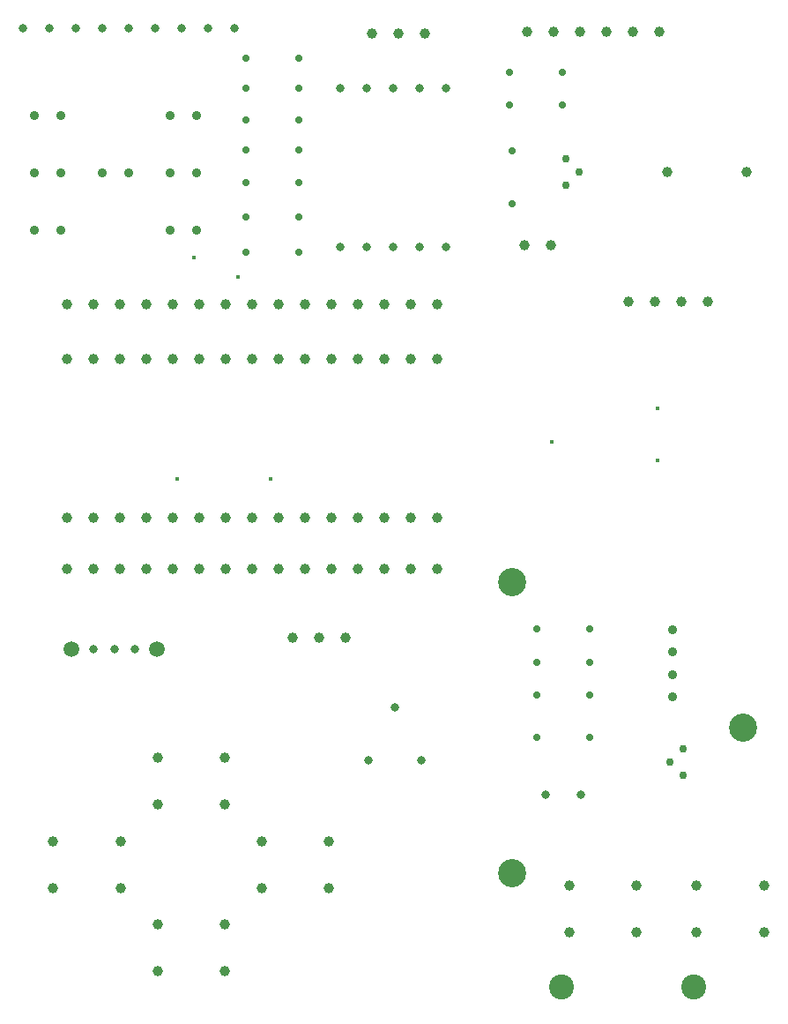
<source format=gbr>
%TF.GenerationSoftware,KiCad,Pcbnew,7.0.6*%
%TF.CreationDate,2023-07-29T04:39:12-03:00*%
%TF.ProjectId,OpenLabGeniosNano_V1,4f70656e-4c61-4624-9765-6e696f734e61,V1.0*%
%TF.SameCoordinates,Original*%
%TF.FileFunction,Plated,1,2,PTH,Drill*%
%TF.FilePolarity,Positive*%
%FSLAX46Y46*%
G04 Gerber Fmt 4.6, Leading zero omitted, Abs format (unit mm)*
G04 Created by KiCad (PCBNEW 7.0.6) date 2023-07-29 04:39:12*
%MOMM*%
%LPD*%
G01*
G04 APERTURE LIST*
%TA.AperFunction,ViaDrill*%
%ADD10C,0.400000*%
%TD*%
%TA.AperFunction,ComponentDrill*%
%ADD11C,0.700000*%
%TD*%
%TA.AperFunction,ComponentDrill*%
%ADD12C,0.750000*%
%TD*%
%TA.AperFunction,ComponentDrill*%
%ADD13C,0.800000*%
%TD*%
%TA.AperFunction,ComponentDrill*%
%ADD14C,0.900000*%
%TD*%
%TA.AperFunction,ComponentDrill*%
%ADD15C,1.000000*%
%TD*%
%TA.AperFunction,ComponentDrill*%
%ADD16C,1.500000*%
%TD*%
%TA.AperFunction,ComponentDrill*%
%ADD17C,2.400000*%
%TD*%
%TA.AperFunction,ComponentDrill*%
%ADD18C,2.700000*%
%TD*%
G04 APERTURE END LIST*
D10*
X88860000Y-72240000D03*
X90497701Y-50977701D03*
X94760000Y-52840000D03*
X97860000Y-72240000D03*
X124860000Y-68640000D03*
X135060000Y-65440000D03*
X135060000Y-70440000D03*
D11*
%TO.C,R15*%
X95520000Y-31840000D03*
%TO.C,R14*%
X95520000Y-34740000D03*
%TO.C,R9*%
X95520000Y-37740000D03*
%TO.C,R10*%
X95520000Y-40640000D03*
%TO.C,R11*%
X95520000Y-43740000D03*
%TO.C,R12*%
X95520000Y-47040000D03*
%TO.C,R13*%
X95520000Y-50440000D03*
%TO.C,R15*%
X100600000Y-31840000D03*
%TO.C,R14*%
X100600000Y-34740000D03*
%TO.C,R9*%
X100600000Y-37740000D03*
%TO.C,R10*%
X100600000Y-40640000D03*
%TO.C,R11*%
X100600000Y-43740000D03*
%TO.C,R12*%
X100600000Y-47040000D03*
%TO.C,R13*%
X100600000Y-50440000D03*
%TO.C,R7*%
X120820000Y-33190000D03*
%TO.C,R8*%
X120820000Y-36340000D03*
%TO.C,R1*%
X121060000Y-40700000D03*
X121060000Y-45780000D03*
%TO.C,R2*%
X123460000Y-86650000D03*
%TO.C,R3*%
X123460000Y-89800000D03*
%TO.C,R4*%
X123460000Y-92950000D03*
%TO.C,R6*%
X123460000Y-97000000D03*
%TO.C,R7*%
X125900000Y-33190000D03*
%TO.C,R8*%
X125900000Y-36340000D03*
%TO.C,R2*%
X128540000Y-86650000D03*
%TO.C,R3*%
X128540000Y-89800000D03*
%TO.C,R4*%
X128540000Y-92950000D03*
%TO.C,R6*%
X128540000Y-97000000D03*
D12*
%TO.C,Q1*%
X126200000Y-41470000D03*
X126200000Y-44010000D03*
X127470000Y-42740000D03*
%TO.C,U2*%
X136190000Y-99400000D03*
X137460000Y-98130000D03*
X137460000Y-100670000D03*
D13*
%TO.C,RN2*%
X74085000Y-28940000D03*
X76625000Y-28940000D03*
X79165000Y-28940000D03*
%TO.C,SW1*%
X80860000Y-88542500D03*
%TO.C,RN2*%
X81705000Y-28940000D03*
%TO.C,SW1*%
X82860000Y-88542500D03*
%TO.C,RN2*%
X84245000Y-28940000D03*
%TO.C,SW1*%
X84860000Y-88542500D03*
%TO.C,RN2*%
X86785000Y-28940000D03*
X89325000Y-28940000D03*
X91865000Y-28940000D03*
X94405000Y-28940000D03*
%TO.C,U1*%
X104580000Y-34697500D03*
X104580000Y-49937500D03*
X107120000Y-34697500D03*
X107120000Y-49937500D03*
%TO.C,RV1*%
X107260000Y-99255000D03*
%TO.C,U1*%
X109660000Y-34697500D03*
X109660000Y-49937500D03*
%TO.C,RV1*%
X109800000Y-94175000D03*
%TO.C,U1*%
X112200000Y-34697500D03*
X112200000Y-49937500D03*
%TO.C,RV1*%
X112340000Y-99255000D03*
%TO.C,U1*%
X114740000Y-34697500D03*
X114740000Y-49937500D03*
%TO.C,R5*%
X124300000Y-102500000D03*
X127700000Y-102500000D03*
D14*
%TO.C,D1*%
X75185000Y-37340000D03*
%TO.C,D2*%
X75185000Y-42840000D03*
%TO.C,D3*%
X75185000Y-48340000D03*
%TO.C,D1*%
X77725000Y-37340000D03*
%TO.C,D2*%
X77725000Y-42840000D03*
%TO.C,D3*%
X77725000Y-48340000D03*
%TO.C,D4*%
X81685000Y-42840000D03*
X84225000Y-42840000D03*
%TO.C,D5*%
X88185000Y-37340000D03*
%TO.C,D6*%
X88185000Y-42840000D03*
%TO.C,D7*%
X88185000Y-48340000D03*
%TO.C,D5*%
X90725000Y-37340000D03*
%TO.C,D6*%
X90725000Y-42840000D03*
%TO.C,D7*%
X90725000Y-48340000D03*
%TO.C,D8*%
X136500000Y-86682000D03*
X136500000Y-88841000D03*
X136500000Y-91000000D03*
X136500000Y-93159000D03*
D15*
%TO.C,SW2*%
X77000000Y-107000000D03*
X77000000Y-111500000D03*
%TO.C,J1*%
X78300000Y-55465000D03*
%TO.C,J2*%
X78300000Y-80865000D03*
%TO.C,A1*%
X78350000Y-60730000D03*
X78350000Y-75970000D03*
%TO.C,J1*%
X80840000Y-55465000D03*
%TO.C,J2*%
X80840000Y-80865000D03*
%TO.C,A1*%
X80890000Y-60730000D03*
X80890000Y-75970000D03*
%TO.C,J1*%
X83380000Y-55465000D03*
%TO.C,J2*%
X83380000Y-80865000D03*
%TO.C,A1*%
X83430000Y-60730000D03*
X83430000Y-75970000D03*
%TO.C,SW2*%
X83500000Y-107000000D03*
X83500000Y-111500000D03*
%TO.C,J1*%
X85920000Y-55465000D03*
%TO.C,J2*%
X85920000Y-80865000D03*
%TO.C,A1*%
X85970000Y-60730000D03*
X85970000Y-75970000D03*
%TO.C,SW3*%
X87000000Y-99000000D03*
X87000000Y-103500000D03*
%TO.C,SW4*%
X87000000Y-115000000D03*
X87000000Y-119500000D03*
%TO.C,J1*%
X88460000Y-55465000D03*
%TO.C,J2*%
X88460000Y-80865000D03*
%TO.C,A1*%
X88510000Y-60730000D03*
X88510000Y-75970000D03*
%TO.C,J1*%
X91000000Y-55465000D03*
%TO.C,J2*%
X91000000Y-80865000D03*
%TO.C,A1*%
X91050000Y-60730000D03*
X91050000Y-75970000D03*
%TO.C,SW3*%
X93500000Y-99000000D03*
X93500000Y-103500000D03*
%TO.C,SW4*%
X93500000Y-115000000D03*
X93500000Y-119500000D03*
%TO.C,J1*%
X93540000Y-55465000D03*
%TO.C,J2*%
X93540000Y-80865000D03*
%TO.C,A1*%
X93590000Y-60730000D03*
X93590000Y-75970000D03*
%TO.C,J1*%
X96080000Y-55465000D03*
%TO.C,J2*%
X96080000Y-80865000D03*
%TO.C,A1*%
X96130000Y-60730000D03*
X96130000Y-75970000D03*
%TO.C,SW5*%
X97000000Y-107000000D03*
X97000000Y-111500000D03*
%TO.C,J1*%
X98620000Y-55465000D03*
%TO.C,J2*%
X98620000Y-80865000D03*
%TO.C,A1*%
X98670000Y-60730000D03*
X98670000Y-75970000D03*
%TO.C,J5*%
X99975000Y-87500000D03*
%TO.C,J1*%
X101160000Y-55465000D03*
%TO.C,J2*%
X101160000Y-80865000D03*
%TO.C,A1*%
X101210000Y-60730000D03*
X101210000Y-75970000D03*
%TO.C,J5*%
X102515000Y-87500000D03*
%TO.C,SW5*%
X103500000Y-107000000D03*
X103500000Y-111500000D03*
%TO.C,J1*%
X103700000Y-55465000D03*
%TO.C,J2*%
X103700000Y-80865000D03*
%TO.C,A1*%
X103750000Y-60730000D03*
X103750000Y-75970000D03*
%TO.C,J5*%
X105055000Y-87500000D03*
%TO.C,J1*%
X106240000Y-55465000D03*
%TO.C,J2*%
X106240000Y-80865000D03*
%TO.C,A1*%
X106290000Y-60730000D03*
X106290000Y-75970000D03*
%TO.C,J3*%
X107635000Y-29440000D03*
%TO.C,J1*%
X108780000Y-55465000D03*
%TO.C,J2*%
X108780000Y-80865000D03*
%TO.C,A1*%
X108830000Y-60730000D03*
X108830000Y-75970000D03*
%TO.C,J3*%
X110175000Y-29440000D03*
%TO.C,J1*%
X111320000Y-55465000D03*
%TO.C,J2*%
X111320000Y-80865000D03*
%TO.C,A1*%
X111370000Y-60730000D03*
X111370000Y-75970000D03*
%TO.C,J3*%
X112715000Y-29440000D03*
%TO.C,J1*%
X113860000Y-55465000D03*
%TO.C,J2*%
X113860000Y-80865000D03*
%TO.C,A1*%
X113910000Y-60730000D03*
X113910000Y-75970000D03*
%TO.C,J4*%
X122285000Y-49740000D03*
%TO.C,J6*%
X122535000Y-29315000D03*
%TO.C,J4*%
X124825000Y-49740000D03*
%TO.C,J6*%
X125075000Y-29315000D03*
%TO.C,SW6*%
X126550000Y-111250000D03*
X126550000Y-115750000D03*
%TO.C,J6*%
X127615000Y-29315000D03*
X130155000Y-29315000D03*
%TO.C,Brd1*%
X132240000Y-55240000D03*
%TO.C,J6*%
X132695000Y-29315000D03*
%TO.C,SW6*%
X133050000Y-111250000D03*
X133050000Y-115750000D03*
%TO.C,Brd1*%
X134780000Y-55240000D03*
%TO.C,J6*%
X135235000Y-29315000D03*
%TO.C,BZ1*%
X135960000Y-42740000D03*
%TO.C,Brd1*%
X137320000Y-55240000D03*
%TO.C,SW7*%
X138750000Y-111250000D03*
X138750000Y-115750000D03*
%TO.C,Brd1*%
X139860000Y-55240000D03*
%TO.C,BZ1*%
X143560000Y-42740000D03*
%TO.C,SW7*%
X145250000Y-111250000D03*
X145250000Y-115750000D03*
D16*
%TO.C,SW1*%
X78760000Y-88542500D03*
X86960000Y-88542500D03*
D17*
%TO.C,BT1*%
X125800000Y-121000000D03*
X138500000Y-121000000D03*
D18*
%TO.C,H4*%
X121050000Y-82100000D03*
%TO.C,H3*%
X121050000Y-110100000D03*
%TO.C,H2*%
X143250000Y-96100000D03*
M02*

</source>
